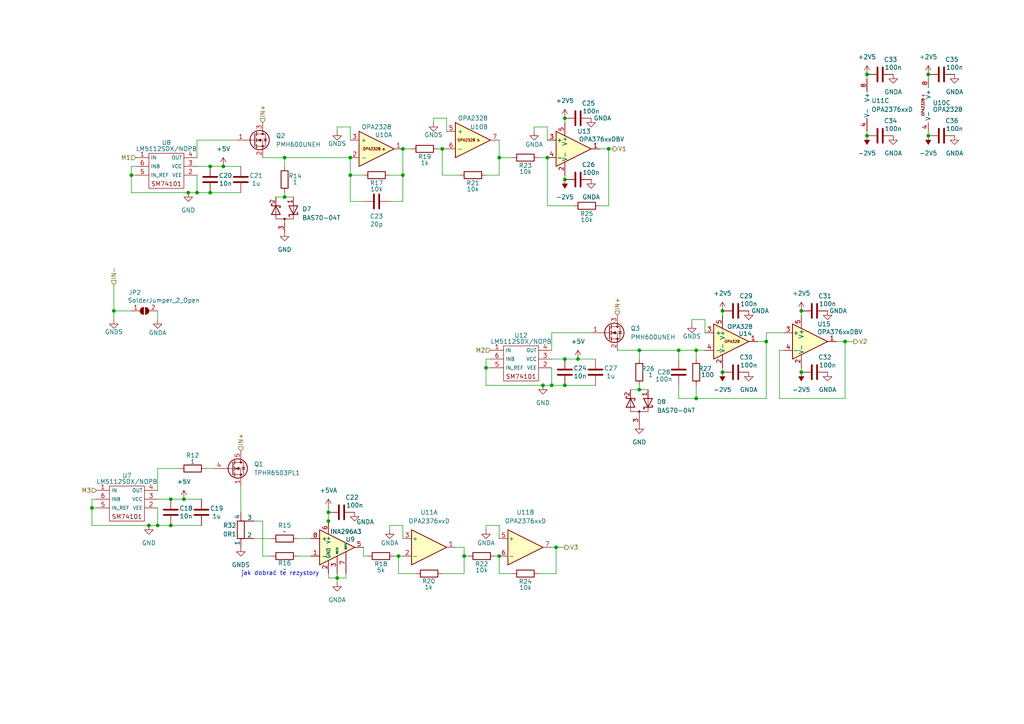
<source format=kicad_sch>
(kicad_sch (version 20231120) (generator "eeschema") (generator_version "8.0")
  (paper "A4")
  (lib_symbols
    (symbol "Amplifier_Operational:OPA2376xxD" (pin_names (offset 0.127))
      (property "Reference" "U" (at 0 5.08 0))
      (property "Value" "OPA2376xxD" (at 0 -5.08 0))
      (symbol "OPA2376xxD_1_1"
        (polyline (pts (xy -5.08 5.08) (xy 5.08 0) (xy -5.08 -5.08) (xy -5.08 5.08)) (stroke (width 0.254)) (fill (type background)))
        (pin output line (at 7.62 0 180) (length 2.54) (name "~") (number "1"))
        (pin input line (at -7.62 -2.54 0) (length 2.54) (name "-") (number "2"))
        (pin input line (at -7.62 2.54 0) (length 2.54) (name "+") (number "3"))
      )
      (symbol "OPA2376xxD_2_1"
        (polyline (pts (xy -5.08 5.08) (xy 5.08 0) (xy -5.08 -5.08) (xy -5.08 5.08)) (stroke (width 0.254)) (fill (type background)))
        (pin input line (at -7.62 2.54 0) (length 2.54) (name "+") (number "5"))
        (pin input line (at -7.62 -2.54 0) (length 2.54) (name "-") (number "6"))
        (pin output line (at 7.62 0 180) (length 2.54) (name "~") (number "7"))
      )
      (symbol "OPA2376xxD_3_1"
        (pin power_in line (at -2.54 -7.62 90) (length 3.81) (name "V-") (number "4"))
        (pin power_in line (at -2.54 7.62 270) (length 3.81) (name "V+") (number "8"))
      )
    )
    (symbol "Amplifier_Operational:OPA376xxDBV" (pin_names (offset 0.127))
      (property "Reference" "U" (at -1.27 6.35 0))
      (property "Value" "OPA376xxDBV" (at -1.27 3.81 0))
      (symbol "OPA376xxDBV_0_1"
        (polyline (pts (xy -5.08 5.08) (xy 5.08 0) (xy -5.08 -5.08) (xy -5.08 5.08)) (stroke (width 0.254)) (fill (type background)))
        (pin power_in line (at -2.54 -7.62 90) (length 3.81) (name "V-") (number "2"))
        (pin power_in line (at -2.54 7.62 270) (length 3.81) (name "V+") (number "5"))
      )
      (symbol "OPA376xxDBV_1_1"
        (pin output line (at 7.62 0 180) (length 2.54) (name "~") (number "1"))
        (pin input line (at -7.62 2.54 0) (length 2.54) (name "+") (number "3"))
        (pin input line (at -7.62 -2.54 0) (length 2.54) (name "-") (number "4"))
      )
    )
    (symbol "Device:C" (pin_numbers hide) (pin_names (offset 0.254))
      (property "Reference" "C" (at 0.635 2.54 0))
      (property "Value" "C" (at 0.635 -2.54 0))
      (symbol "C_0_1"
        (polyline (pts (xy -2.032 -0.762) (xy 2.032 -0.762)) (stroke (width 0.508)))
        (polyline (pts (xy -2.032 0.762) (xy 2.032 0.762)) (stroke (width 0.508)))
      )
      (symbol "C_1_1"
        (pin passive line (at 0 3.81 270) (length 2.794) (name "~") (number "1"))
        (pin passive line (at 0 -3.81 90) (length 2.794) (name "~") (number "2"))
      )
    )
    (symbol "Device:D_Schottky_Dual_Series_AKC_Parallel" (pin_names (offset 0.762) hide)
      (property "Reference" "D" (at 0 5.08 0))
      (property "Value" "D_Schottky_Dual_Series_AKC_Parallel" (at 0 -5.08 0))
      (symbol "D_Schottky_Dual_Series_AKC_Parallel_0_1"
        (circle (center -1.27 0) (radius 0.254) (fill (type outline)))
        (polyline (pts (xy -1.27 0) (xy -2.54 0)))
        (polyline (pts (xy 2.54 2.54) (xy -1.27 2.54) (xy -1.27 -2.54) (xy 2.54 -2.54)))
        (polyline (pts (xy -0.508 -1.524) (xy -0.508 -1.27) (xy 0 -1.27) (xy 0 -3.81) (xy 0.508 -3.81) (xy 0.508 -3.556)) (stroke (width 0.254)))
        (polyline (pts (xy 0 3.81) (xy 2.54 2.54) (xy 0 1.27) (xy 0 3.81) (xy 0 3.81) (xy 0 3.81)) (stroke (width 0.254)))
        (polyline (pts (xy 2.54 -1.27) (xy 0 -2.54) (xy 2.54 -3.81) (xy 2.54 -1.27) (xy 2.54 -1.27) (xy 2.54 -1.27)) (stroke (width 0.254)))
        (polyline (pts (xy 3.048 3.556) (xy 3.048 3.81) (xy 2.54 3.81) (xy 2.54 1.27) (xy 2.032 1.27) (xy 2.032 1.524)) (stroke (width 0.254)))
        (pin passive line (at 5.08 -2.54 180) (length 2.54) (name "K") (number "1"))
        (pin passive line (at 5.08 2.54 180) (length 2.54) (name "K") (number "2"))
        (pin passive line (at -5.08 0 0) (length 2.54) (name "A") (number "3"))
      )
    )
    (symbol "Device:Q_NMOS_GSD" (pin_names (offset 0) hide)
      (property "Reference" "Q" (at 5.08 1.27 0))
      (property "Value" "Q_NMOS_GSD" (at 5.08 -1.27 0))
      (symbol "Q_NMOS_GSD_0_1"
        (polyline (pts (xy 0.254 0) (xy -2.54 0)))
        (polyline (pts (xy 0.254 1.905) (xy 0.254 -1.905)) (stroke (width 0.254)))
        (polyline (pts (xy 0.762 -1.27) (xy 0.762 -2.286)) (stroke (width 0.254)))
        (polyline (pts (xy 0.762 0.508) (xy 0.762 -0.508)) (stroke (width 0.254)))
        (polyline (pts (xy 0.762 2.286) (xy 0.762 1.27)) (stroke (width 0.254)))
        (polyline (pts (xy 2.54 2.54) (xy 2.54 1.778)))
        (polyline (pts (xy 2.54 -2.54) (xy 2.54 0) (xy 0.762 0)))
        (polyline (pts (xy 0.762 -1.778) (xy 3.302 -1.778) (xy 3.302 1.778) (xy 0.762 1.778)))
        (polyline (pts (xy 1.016 0) (xy 2.032 0.381) (xy 2.032 -0.381) (xy 1.016 0)) (fill (type outline)))
        (polyline (pts (xy 2.794 0.508) (xy 2.921 0.381) (xy 3.683 0.381) (xy 3.81 0.254)))
        (polyline (pts (xy 3.302 0.381) (xy 2.921 -0.254) (xy 3.683 -0.254) (xy 3.302 0.381)))
        (circle (center 1.651 0) (radius 2.794) (stroke (width 0.254)))
        (circle (center 2.54 -1.778) (radius 0.254) (fill (type outline)))
        (circle (center 2.54 1.778) (radius 0.254) (fill (type outline)))
      )
      (symbol "Q_NMOS_GSD_1_1"
        (pin input line (at -5.08 0 0) (length 2.54) (name "G") (number "1"))
        (pin passive line (at 2.54 -5.08 90) (length 2.54) (name "S") (number "2"))
        (pin passive line (at 2.54 5.08 270) (length 2.54) (name "D") (number "3"))
      )
    )
    (symbol "Device:R" (pin_numbers hide) (pin_names (offset 0))
      (property "Reference" "R" (at 2.032 0 90))
      (property "Value" "R" (at 0 0 90))
      (symbol "R_0_1"
        (rectangle (start -1.016 -2.54) (end 1.016 2.54) (stroke (width 0.254)))
      )
      (symbol "R_1_1"
        (pin passive line (at 0 3.81 270) (length 1.27) (name "~") (number "1"))
        (pin passive line (at 0 -3.81 90) (length 1.27) (name "~") (number "2"))
      )
    )
    (symbol "Device:R_Shunt" (pin_numbers hide) (pin_names (offset 0))
      (property "Reference" "R" (at -4.445 0 90))
      (property "Value" "R_Shunt" (at -2.54 0 90))
      (symbol "R_Shunt_0_1"
        (rectangle (start -1.016 -2.54) (end 1.016 2.54) (stroke (width 0.254)))
        (polyline (pts (xy 0 -2.54) (xy 1.27 -2.54)))
        (polyline (pts (xy 1.27 2.54) (xy 0 2.54)))
      )
      (symbol "R_Shunt_1_1"
        (pin passive line (at 0 5.08 270) (length 2.54) (name "1") (number "1"))
        (pin passive line (at 3.81 2.54 180) (length 2.54) (name "2") (number "2"))
        (pin passive line (at 3.81 -2.54 180) (length 2.54) (name "3") (number "3"))
        (pin passive line (at 0 -5.08 90) (length 2.54) (name "4") (number "4"))
      )
    )
    (symbol "Jumper:SolderJumper_2_Open" (pin_names (offset 0) hide)
      (property "Reference" "JP" (at 0 2.032 0))
      (property "Value" "SolderJumper_2_Open" (at 0 -2.54 0))
      (symbol "SolderJumper_2_Open_0_1"
        (arc (start -0.254 1.016) (mid -1.2656 0) (end -0.254 -1.016))
        (arc (start -0.254 1.016) (mid -1.2656 0) (end -0.254 -1.016) (fill (type outline)))
        (polyline (pts (xy -0.254 1.016) (xy -0.254 -1.016)))
        (polyline (pts (xy 0.254 1.016) (xy 0.254 -1.016)))
        (arc (start 0.254 -1.016) (mid 1.2656 0) (end 0.254 1.016))
        (arc (start 0.254 -1.016) (mid 1.2656 0) (end 0.254 1.016) (fill (type outline)))
      )
      (symbol "SolderJumper_2_Open_1_1"
        (pin passive line (at -3.81 0 0) (length 2.54) (name "A") (number "1"))
        (pin passive line (at 3.81 0 180) (length 2.54) (name "B") (number "2"))
      )
    )
    (symbol "Transistor_FET:BSC028N06LS3" (pin_names hide)
      (property "Reference" "Q" (at 5.08 1.905 0))
      (property "Value" "BSC028N06LS3" (at 5.08 0 0))
      (symbol "BSC028N06LS3_0_1"
        (polyline (pts (xy 0.254 0) (xy -2.54 0)))
        (polyline (pts (xy 0.254 1.905) (xy 0.254 -1.905)) (stroke (width 0.254)))
        (polyline (pts (xy 0.762 -1.27) (xy 0.762 -2.286)) (stroke (width 0.254)))
        (polyline (pts (xy 0.762 0.508) (xy 0.762 -0.508)) (stroke (width 0.254)))
        (polyline (pts (xy 0.762 2.286) (xy 0.762 1.27)) (stroke (width 0.254)))
        (polyline (pts (xy 2.54 2.54) (xy 2.54 1.778)))
        (polyline (pts (xy 2.54 -2.54) (xy 2.54 0) (xy 0.762 0)))
        (polyline (pts (xy 0.762 -1.778) (xy 3.302 -1.778) (xy 3.302 1.778) (xy 0.762 1.778)))
        (polyline (pts (xy 1.016 0) (xy 2.032 0.381) (xy 2.032 -0.381) (xy 1.016 0)) (fill (type outline)))
        (polyline (pts (xy 2.794 0.508) (xy 2.921 0.381) (xy 3.683 0.381) (xy 3.81 0.254)))
        (polyline (pts (xy 3.302 0.381) (xy 2.921 -0.254) (xy 3.683 -0.254) (xy 3.302 0.381)))
        (circle (center 1.651 0) (radius 2.794) (stroke (width 0.254)))
        (circle (center 2.54 -1.778) (radius 0.254) (fill (type outline)))
        (circle (center 2.54 1.778) (radius 0.254) (fill (type outline)))
      )
      (symbol "BSC028N06LS3_1_1"
        (pin passive line (at 2.54 -5.08 90) (length 2.54) (name "S") (number "1"))
        (pin passive line (at 2.54 -5.08 90) (length 2.54) hide (name "S") (number "2"))
        (pin passive line (at 2.54 -5.08 90) (length 2.54) hide (name "S") (number "3"))
        (pin passive line (at -5.08 0 0) (length 2.54) (name "G") (number "4"))
        (pin passive line (at 2.54 5.08 270) (length 2.54) (name "D") (number "5"))
      )
    )
    (symbol "power:+2V5" (power) (pin_numbers hide) (pin_names (offset 0) hide)
      (property "Value" "+2V5" (at 0 3.556 0))
      (symbol "+2V5_0_1"
        (polyline (pts (xy -0.762 1.27) (xy 0 2.54)))
        (polyline (pts (xy 0 0) (xy 0 2.54)))
        (polyline (pts (xy 0 2.54) (xy 0.762 1.27)))
      )
      (symbol "+2V5_1_1"
        (pin power_in line (at 0 0 90) (length 0) (name "~") (number "1"))
      )
    )
    (symbol "power:+5V" (power) (pin_numbers hide) (pin_names (offset 0) hide)
      (property "Value" "+5V" (at 0 3.556 0))
      (symbol "+5V_0_1"
        (polyline (pts (xy -0.762 1.27) (xy 0 2.54)))
        (polyline (pts (xy 0 0) (xy 0 2.54)))
        (polyline (pts (xy 0 2.54) (xy 0.762 1.27)))
      )
      (symbol "+5V_1_1"
        (pin power_in line (at 0 0 90) (length 0) (name "~") (number "1"))
      )
    )
    (symbol "power:+5VA" (power) (pin_numbers hide) (pin_names (offset 0) hide)
      (property "Value" "+5VA" (at 0 3.556 0))
      (symbol "+5VA_0_1"
        (polyline (pts (xy -0.762 1.27) (xy 0 2.54)))
        (polyline (pts (xy 0 0) (xy 0 2.54)))
        (polyline (pts (xy 0 2.54) (xy 0.762 1.27)))
      )
      (symbol "+5VA_1_1"
        (pin power_in line (at 0 0 90) (length 0) (name "~") (number "1"))
      )
    )
    (symbol "power:-2V5" (power) (pin_numbers hide) (pin_names (offset 0) hide)
      (property "Value" "-2V5" (at 0 3.556 0))
      (symbol "-2V5_0_0"
        (pin power_in line (at 0 0 90) (length 0) (name "~") (number "1"))
      )
      (symbol "-2V5_0_1"
        (polyline (pts (xy 0 0) (xy 0 1.27) (xy 0.762 1.27) (xy 0 2.54) (xy -0.762 1.27) (xy 0 1.27)) (fill (type outline)))
      )
    )
    (symbol "power:GND" (power) (pin_numbers hide) (pin_names (offset 0) hide)
      (property "Value" "GND" (at 0 -3.81 0))
      (symbol "GND_0_1"
        (polyline (pts (xy 0 0) (xy 0 -1.27) (xy 1.27 -1.27) (xy 0 -2.54) (xy -1.27 -1.27) (xy 0 -1.27)))
      )
      (symbol "GND_1_1"
        (pin power_in line (at 0 0 270) (length 0) (name "~") (number "1"))
      )
    )
    (symbol "power:GND1" (power) (pin_numbers hide) (pin_names (offset 0) hide)
      (property "Value" "GND1" (at 0 -3.81 0))
      (symbol "GND1_0_1"
        (polyline (pts (xy 0 0) (xy 0 -1.27) (xy 1.27 -1.27) (xy 0 -2.54) (xy -1.27 -1.27) (xy 0 -1.27)))
      )
      (symbol "GND1_1_1"
        (pin power_in line (at 0 0 270) (length 0) (name "~") (number "1"))
      )
    )
    (symbol "power:GNDS" (power) (pin_numbers hide) (pin_names (offset 0) hide)
      (property "Value" "GNDS" (at 0 -3.81 0))
      (symbol "GNDS_0_1"
        (polyline (pts (xy 0 0) (xy 0 -1.27) (xy 1.27 -1.27) (xy 0 -2.54) (xy -1.27 -1.27) (xy 0 -1.27)))
      )
      (symbol "GNDS_1_1"
        (pin power_in line (at 0 0 270) (length 0) (name "~") (number "1"))
      )
    )
    (symbol "własna:INA296A3"
      (property "Reference" "U" (at 0 1.524 0))
      (symbol "INA296A3_0_1"
        (polyline (pts (xy 6.35 -5.08) (xy -3.81 0) (xy -3.81 -10.16) (xy 6.35 -5.08)) (stroke (width 0.254)) (fill (type background)))
      )
      (symbol "INA296A3_1_1"
        (text "INA296A3" (at 3.81 -0.508 0) (effects (font (size 1.27 1.27))))
        (pin input line (at -6.35 -7.62 0) (length 2.54) (name "-") (number "1"))
        (pin power_in line (at -1.27 -12.7 90) (length 3.81) (name "GND") (number "2"))
        (pin passive line (at 1.27 -12.7 90) (length 5.08) (name "REF2") (number "3"))
        (pin passive line (at -1.27 -12.7 90) (length 3.81) hide (name "GND") (number "4"))
        (pin output line (at 8.89 -5.08 180) (length 2.54) (name "~") (number "5"))
        (pin power_in line (at -1.27 2.54 270) (length 3.81) (name "V+") (number "6"))
        (pin passive line (at 3.81 -12.7 90) (length 6.35) (name "REF1") (number "7"))
        (pin input line (at -6.35 -2.54 0) (length 2.54) (name "+") (number "8"))
      )
    )
    (symbol "własna:OPA2328"
      (property "Reference" "U" (at 0 0 0))
      (symbol "OPA2328_1_1"
        (polyline (pts (xy -5.08 1.27) (xy 5.08 -3.81) (xy -5.08 -8.89) (xy -5.08 1.27)) (stroke (width 0.254)) (fill (type background)))
        (text "OPA2328 a" (at -0.762 -3.81 0) (effects (font (size 0.762 0.762))))
        (pin output line (at 7.62 -3.81 180) (length 2.54) (name "~") (number "1"))
        (pin input line (at -7.62 -6.35 0) (length 2.54) (name "-") (number "2"))
        (pin input line (at -7.62 -1.27 0) (length 2.54) (name "+") (number "3"))
      )
      (symbol "OPA2328_2_1"
        (polyline (pts (xy -5.08 1.27) (xy 5.08 -3.81) (xy -5.08 -8.89) (xy -5.08 1.27)) (stroke (width 0.254)) (fill (type background)))
        (text "OPA2328 b\n" (at -1.27 -3.81 0) (effects (font (size 0.762 0.762))))
        (pin input line (at -7.62 -1.27 0) (length 2.54) (name "+") (number "5"))
        (pin input line (at -7.62 -6.35 0) (length 2.54) (name "-") (number "6"))
        (pin output line (at 7.62 -3.81 180) (length 2.54) (name "~") (number "7"))
      )
      (symbol "OPA2328_3_1"
        (text "OPA2328 c\n" (at -1.524 0 900) (effects (font (size 0.762 0.762))))
        (pin power_in line (at 0 -7.62 90) (length 2.54) (name "V-") (number "4"))
        (pin power_in line (at 0 7.62 270) (length 2.54) (name "V+") (number "8"))
      )
    )
    (symbol "własna:OPA328"
      (property "Reference" "U" (at 0 -3.81 0))
      (symbol "OPA328_0_1"
        (polyline (pts (xy -5.08 -2.54) (xy 5.08 -7.62) (xy -5.08 -12.7) (xy -5.08 -2.54)) (stroke (width 0.254)) (fill (type background)))
      )
      (symbol "OPA328_1_1"
        (text "OPA328" (at 0.254 -7.62 0) (effects (font (size 0.762 0.762))))
        (pin output line (at 7.62 -7.62 180) (length 2.54) (name "~") (number "1"))
        (pin power_in line (at -2.54 -15.24 90) (length 3.81) (name "V-") (number "2"))
        (pin input line (at -7.62 -5.08 0) (length 2.54) (name "+") (number "3"))
        (pin input line (at -7.62 -10.16 0) (length 2.54) (name "-") (number "4"))
        (pin power_in line (at -2.54 0 270) (length 3.81) (name "V+") (number "5"))
      )
    )
    (symbol "własna:SM74101"
      (property "Reference" "U" (at 0 1.016 0))
      (symbol "SM74101_0_1"
        (rectangle (start -5.08 0) (end 5.08 -10.16))
      )
      (symbol "SM74101_1_1"
        (text "SM74101\n" (at 0 -8.89 0) (effects (font (size 1.27 1.27))))
        (pin input line (at -8.89 -1.27 0) (length 3.81) (name "IN") (number "1"))
        (pin power_in line (at 8.89 -6.35 180) (length 3.81) (name "VEE") (number "2"))
        (pin power_in line (at 8.89 -3.81 180) (length 3.81) (name "VCC") (number "3"))
        (pin output line (at 8.89 -1.27 180) (length 3.81) (name "OUT") (number "4"))
        (pin input line (at -8.89 -6.35 0) (length 3.81) (name "IN_REF") (number "5"))
        (pin input line (at -8.89 -3.81 0) (length 3.81) (name "INB") (number "6"))
      )
    )
  )
  (junction (at 185.42 101.6))
  (junction (at 176.53 43.18))
  (junction (at 82.55 57.15))
  (junction (at 144.78 45.72))
  (junction (at 232.41 107.95))
  (junction (at 209.55 107.95))
  (junction (at 167.64 104.14))
  (junction (at 115.57 161.29))
  (junction (at 53.34 144.78))
  (junction (at 222.25 99.06))
  (junction (at 245.11 99.06))
  (junction (at 209.55 90.17))
  (junction (at 101.6 50.8))
  (junction (at 45.72 152.4))
  (junction (at 269.24 21.59))
  (junction (at 158.75 45.72))
  (junction (at 116.84 43.18))
  (junction (at 116.84 50.8))
  (junction (at 38.1 50.8))
  (junction (at 97.79 167.64))
  (junction (at 95.25 151.13))
  (junction (at 95.25 148.59))
  (junction (at 163.83 104.14))
  (junction (at 140.97 106.68))
  (junction (at 43.18 152.4))
  (junction (at 128.27 43.18))
  (junction (at 54.61 55.88))
  (junction (at 26.67 147.32))
  (junction (at 201.93 115.57))
  (junction (at 82.55 45.72))
  (junction (at 251.46 39.37))
  (junction (at 161.29 158.75))
  (junction (at 49.53 144.78))
  (junction (at 251.46 21.59))
  (junction (at 33.02 90.17))
  (junction (at 163.83 111.76))
  (junction (at 57.15 55.88))
  (junction (at 163.83 34.29))
  (junction (at 160.02 111.76))
  (junction (at 269.24 39.37))
  (junction (at 144.78 161.29))
  (junction (at 201.93 101.6))
  (junction (at 60.96 48.26))
  (junction (at 185.42 113.03))
  (junction (at 49.53 152.4))
  (junction (at 163.83 52.07))
  (junction (at 134.62 161.29))
  (junction (at 64.77 48.26))
  (junction (at 101.6 45.72))
  (junction (at 232.41 90.17))
  (junction (at 60.96 55.88))
  (junction (at 196.85 101.6))
  (junction (at 157.48 111.76))
  (wire (pts (xy 201.93 111.76) (xy 201.93 115.57)))
  (wire (pts (xy 64.77 48.26) (xy 69.85 48.26)))
  (wire (pts (xy 196.85 101.6) (xy 201.93 101.6)))
  (wire (pts (xy 33.02 82.55) (xy 33.02 90.17)))
  (wire (pts (xy 226.06 101.6) (xy 226.06 115.57)))
  (wire (pts (xy 196.85 111.76) (xy 196.85 115.57)))
  (wire (pts (xy 134.62 166.37) (xy 134.62 161.29)))
  (wire (pts (xy 82.55 45.72) (xy 82.55 48.26)))
  (wire (pts (xy 80.01 57.15) (xy 82.55 57.15)))
  (wire (pts (xy 97.79 36.83) (xy 101.6 36.83)))
  (wire (pts (xy 125.73 34.29) (xy 125.73 35.56)))
  (wire (pts (xy 127 43.18) (xy 128.27 43.18)))
  (wire (pts (xy 26.67 147.32) (xy 27.94 147.32)))
  (wire (pts (xy 140.97 111.76) (xy 140.97 106.68)))
  (wire (pts (xy 45.72 144.78) (xy 49.53 144.78)))
  (wire (pts (xy 176.53 59.69) (xy 176.53 43.18)))
  (wire (pts (xy 100.33 167.64) (xy 97.79 167.64)))
  (wire (pts (xy 158.75 59.69) (xy 166.37 59.69)))
  (wire (pts (xy 33.02 90.17) (xy 33.02 92.71)))
  (wire (pts (xy 163.83 34.29) (xy 163.83 35.56)))
  (wire (pts (xy 232.41 107.95) (xy 232.41 106.68)))
  (wire (pts (xy 101.6 58.42) (xy 105.41 58.42)))
  (wire (pts (xy 209.55 107.95) (xy 209.55 106.68)))
  (wire (pts (xy 134.62 161.29) (xy 134.62 158.75)))
  (wire (pts (xy 59.69 135.89) (xy 62.23 135.89)))
  (wire (pts (xy 82.55 45.72) (xy 76.2 45.72)))
  (wire (pts (xy 182.88 113.03) (xy 185.42 113.03)))
  (wire (pts (xy 57.15 50.8) (xy 57.15 55.88)))
  (wire (pts (xy 201.93 115.57) (xy 222.25 115.57)))
  (wire (pts (xy 26.67 144.78) (xy 27.94 144.78)))
  (wire (pts (xy 154.94 36.83) (xy 154.94 38.1)))
  (wire (pts (xy 33.02 90.17) (xy 38.1 90.17)))
  (wire (pts (xy 173.99 59.69) (xy 176.53 59.69)))
  (wire (pts (xy 95.25 166.37) (xy 95.25 167.64)))
  (wire (pts (xy 160.02 106.68) (xy 160.02 111.76)))
  (wire (pts (xy 69.85 140.97) (xy 69.85 148.59)))
  (wire (pts (xy 106.68 161.29) (xy 105.41 161.29)))
  (wire (pts (xy 156.21 45.72) (xy 158.75 45.72)))
  (wire (pts (xy 158.75 36.83) (xy 158.75 40.64)))
  (wire (pts (xy 144.78 45.72) (xy 144.78 40.64)))
  (wire (pts (xy 53.34 144.78) (xy 58.42 144.78)))
  (wire (pts (xy 204.47 92.71) (xy 204.47 96.52)))
  (wire (pts (xy 140.97 152.4) (xy 140.97 153.67)))
  (wire (pts (xy 144.78 161.29) (xy 144.78 166.37)))
  (wire (pts (xy 43.18 152.4) (xy 26.67 152.4)))
  (wire (pts (xy 101.6 50.8) (xy 101.6 45.72)))
  (wire (pts (xy 160.02 96.52) (xy 171.45 96.52)))
  (wire (pts (xy 176.53 43.18) (xy 173.99 43.18)))
  (wire (pts (xy 116.84 161.29) (xy 115.57 161.29)))
  (wire (pts (xy 140.97 104.14) (xy 142.24 104.14)))
  (wire (pts (xy 143.51 161.29) (xy 144.78 161.29)))
  (wire (pts (xy 176.53 43.18) (xy 177.8 43.18)))
  (wire (pts (xy 204.47 101.6) (xy 201.93 101.6)))
  (wire (pts (xy 76.2 151.13) (xy 76.2 161.29)))
  (wire (pts (xy 140.97 152.4) (xy 144.78 152.4)))
  (wire (pts (xy 185.42 113.03) (xy 187.96 113.03)))
  (wire (pts (xy 45.72 152.4) (xy 49.53 152.4)))
  (wire (pts (xy 200.66 92.71) (xy 200.66 93.98)))
  (wire (pts (xy 105.41 50.8) (xy 101.6 50.8)))
  (wire (pts (xy 161.29 158.75) (xy 163.83 158.75)))
  (wire (pts (xy 82.55 57.15) (xy 85.09 57.15)))
  (wire (pts (xy 125.73 34.29) (xy 129.54 34.29)))
  (wire (pts (xy 90.17 156.21) (xy 86.36 156.21)))
  (wire (pts (xy 73.66 156.21) (xy 78.74 156.21)))
  (wire (pts (xy 49.53 152.4) (xy 58.42 152.4)))
  (wire (pts (xy 135.89 161.29) (xy 134.62 161.29)))
  (wire (pts (xy 158.75 45.72) (xy 158.75 59.69)))
  (wire (pts (xy 97.79 166.37) (xy 97.79 167.64)))
  (wire (pts (xy 232.41 90.17) (xy 232.41 91.44)))
  (wire (pts (xy 251.46 39.37) (xy 251.46 38.1)))
  (wire (pts (xy 95.25 167.64) (xy 97.79 167.64)))
  (wire (pts (xy 116.84 43.18) (xy 119.38 43.18)))
  (wire (pts (xy 38.1 48.26) (xy 39.37 48.26)))
  (wire (pts (xy 163.83 104.14) (xy 167.64 104.14)))
  (wire (pts (xy 101.6 50.8) (xy 101.6 58.42)))
  (wire (pts (xy 226.06 115.57) (xy 245.11 115.57)))
  (wire (pts (xy 163.83 52.07) (xy 163.83 50.8)))
  (wire (pts (xy 45.72 147.32) (xy 45.72 152.4)))
  (wire (pts (xy 201.93 101.6) (xy 201.93 104.14)))
  (wire (pts (xy 196.85 115.57) (xy 201.93 115.57)))
  (wire (pts (xy 144.78 166.37) (xy 148.59 166.37)))
  (wire (pts (xy 26.67 147.32) (xy 26.67 144.78)))
  (wire (pts (xy 157.48 111.76) (xy 140.97 111.76)))
  (wire (pts (xy 245.11 115.57) (xy 245.11 99.06)))
  (wire (pts (xy 144.78 152.4) (xy 144.78 156.21)))
  (wire (pts (xy 129.54 34.29) (xy 129.54 38.1)))
  (wire (pts (xy 82.55 55.88) (xy 82.55 57.15)))
  (wire (pts (xy 115.57 161.29) (xy 114.3 161.29)))
  (wire (pts (xy 269.24 21.59) (xy 269.24 22.86)))
  (wire (pts (xy 105.41 161.29) (xy 105.41 158.75)))
  (wire (pts (xy 269.24 39.37) (xy 269.24 38.1)))
  (wire (pts (xy 97.79 36.83) (xy 97.79 38.1)))
  (wire (pts (xy 82.55 45.72) (xy 101.6 45.72)))
  (wire (pts (xy 54.61 55.88) (xy 38.1 55.88)))
  (wire (pts (xy 157.48 111.76) (xy 160.02 111.76)))
  (wire (pts (xy 101.6 36.83) (xy 101.6 40.64)))
  (wire (pts (xy 160.02 104.14) (xy 163.83 104.14)))
  (wire (pts (xy 209.55 90.17) (xy 209.55 91.44)))
  (wire (pts (xy 73.66 151.13) (xy 76.2 151.13)))
  (wire (pts (xy 116.84 156.21) (xy 116.84 152.4)))
  (wire (pts (xy 128.27 43.18) (xy 129.54 43.18)))
  (wire (pts (xy 185.42 111.76) (xy 185.42 113.03)))
  (wire (pts (xy 185.42 101.6) (xy 185.42 104.14)))
  (wire (pts (xy 144.78 50.8) (xy 144.78 45.72)))
  (wire (pts (xy 245.11 99.06) (xy 247.65 99.06)))
  (wire (pts (xy 196.85 101.6) (xy 196.85 104.14)))
  (wire (pts (xy 116.84 58.42) (xy 116.84 50.8)))
  (wire (pts (xy 57.15 48.26) (xy 60.96 48.26)))
  (wire (pts (xy 227.33 101.6) (xy 226.06 101.6)))
  (wire (pts (xy 128.27 50.8) (xy 133.35 50.8)))
  (wire (pts (xy 245.11 99.06) (xy 242.57 99.06)))
  (wire (pts (xy 38.1 50.8) (xy 39.37 50.8)))
  (wire (pts (xy 222.25 96.52) (xy 227.33 96.52)))
  (wire (pts (xy 38.1 50.8) (xy 38.1 48.26)))
  (wire (pts (xy 57.15 55.88) (xy 60.96 55.88)))
  (wire (pts (xy 134.62 158.75) (xy 132.08 158.75)))
  (wire (pts (xy 140.97 106.68) (xy 142.24 106.68)))
  (wire (pts (xy 45.72 135.89) (xy 52.07 135.89)))
  (wire (pts (xy 45.72 142.24) (xy 45.72 135.89)))
  (wire (pts (xy 163.83 111.76) (xy 172.72 111.76)))
  (wire (pts (xy 57.15 45.72) (xy 57.15 40.64)))
  (wire (pts (xy 222.25 96.52) (xy 222.25 99.06)))
  (wire (pts (xy 154.94 36.83) (xy 158.75 36.83)))
  (wire (pts (xy 120.65 166.37) (xy 115.57 166.37)))
  (wire (pts (xy 185.42 101.6) (xy 179.07 101.6)))
  (wire (pts (xy 251.46 21.59) (xy 251.46 22.86)))
  (wire (pts (xy 26.67 152.4) (xy 26.67 147.32)))
  (wire (pts (xy 200.66 92.71) (xy 204.47 92.71)))
  (wire (pts (xy 116.84 50.8) (xy 113.03 50.8)))
  (wire (pts (xy 57.15 40.64) (xy 68.58 40.64)))
  (wire (pts (xy 160.02 101.6) (xy 160.02 96.52)))
  (wire (pts (xy 115.57 161.29) (xy 115.57 166.37)))
  (wire (pts (xy 140.97 50.8) (xy 144.78 50.8)))
  (wire (pts (xy 43.18 152.4) (xy 45.72 152.4)))
  (wire (pts (xy 49.53 144.78) (xy 53.34 144.78)))
  (wire (pts (xy 78.74 161.29) (xy 76.2 161.29)))
  (wire (pts (xy 156.21 166.37) (xy 161.29 166.37)))
  (wire (pts (xy 140.97 106.68) (xy 140.97 104.14)))
  (wire (pts (xy 60.96 48.26) (xy 64.77 48.26)))
  (wire (pts (xy 144.78 45.72) (xy 148.59 45.72)))
  (wire (pts (xy 116.84 152.4) (xy 113.03 152.4)))
  (wire (pts (xy 222.25 99.06) (xy 219.71 99.06)))
  (wire (pts (xy 161.29 166.37) (xy 161.29 158.75)))
  (wire (pts (xy 167.64 104.14) (xy 172.72 104.14)))
  (wire (pts (xy 160.02 111.76) (xy 163.83 111.76)))
  (wire (pts (xy 95.25 151.13) (xy 95.25 152.4)))
  (wire (pts (xy 160.02 158.75) (xy 161.29 158.75)))
  (wire (pts (xy 113.03 58.42) (xy 116.84 58.42)))
  (wire (pts (xy 185.42 101.6) (xy 196.85 101.6)))
  (wire (pts (xy 90.17 161.29) (xy 86.36 161.29)))
  (wire (pts (xy 128.27 43.18) (xy 128.27 50.8)))
  (wire (pts (xy 222.25 115.57) (xy 222.25 99.06)))
  (wire (pts (xy 100.33 166.37) (xy 100.33 167.64)))
  (wire (pts (xy 97.79 167.64) (xy 97.79 168.91)))
  (wire (pts (xy 128.27 166.37) (xy 134.62 166.37)))
  (wire (pts (xy 95.25 147.32) (xy 95.25 148.59)))
  (wire (pts (xy 54.61 55.88) (xy 57.15 55.88)))
  (wire (pts (xy 38.1 55.88) (xy 38.1 50.8)))
  (wire (pts (xy 95.25 148.59) (xy 95.25 151.13)))
  (wire (pts (xy 116.84 43.18) (xy 116.84 50.8)))
  (wire (pts (xy 60.96 55.88) (xy 69.85 55.88)))
  (wire (pts (xy 113.03 152.4) (xy 113.03 153.67)))
  (wire (pts (xy 45.72 90.17) (xy 45.72 92.71)))
  (text "jak dobrać te rezystory" (at 81.28 166.37 0) (effects (font (size 1.27 1.27))))
  (hierarchical_label "V1" (shape output) (at 177.8 43.18 0))
  (hierarchical_label "IN+" (shape input) (at 76.2 35.56 90))
  (hierarchical_label "M1" (shape input) (at 39.37 45.72 180))
  (hierarchical_label "IN-" (shape input) (at 33.02 82.55 90))
  (hierarchical_label "V2" (shape output) (at 247.65 99.06 0))
  (hierarchical_label "M3" (shape input) (at 27.94 142.24 180))
  (hierarchical_label "IN+" (shape input) (at 179.07 91.44 90))
  (hierarchical_label "IN+" (shape input) (at 69.85 130.81 90))
  (hierarchical_label "M2" (shape input) (at 142.24 101.6 180))
  (hierarchical_label "V3" (shape output) (at 163.83 158.75 0))
  (symbol (lib_id "power:GND1") (at 171.45 52.07 0) (unit 1)
    (property "Reference" "#PWR051" (effects (hide yes)))
    (property "Value" "GNDA" (at 171.45 57.15 0))
    (property "Description" "Power symbol creates a global label with name \"GND1\" , ground" (effects (hide yes)))
  )
  (symbol (lib_id "własna:OPA2328") (at 109.22 39.37 0) (unit 1)
    (property "Reference" "U10" (at 111.252 39.116 0))
    (property "Value" "OPA2328" (at 109.22 36.83 0))
    (property "Footprint" "Package_SO:VSSOP-8_3.0x3.0mm_P0.65mm" (effects (hide yes)))
  )
  (symbol (lib_id "power:GND") (at 185.42 123.19 0) (unit 1)
    (property "Reference" "#PWR052" (effects (hide yes)))
    (property "Value" "GND" (at 185.42 128.27 0))
    (property "Description" "Power symbol creates a global label with name \"GND\" , ground" (effects (hide yes)))
  )
  (symbol (lib_id "Jumper:SolderJumper_2_Open") (at 41.91 90.17 0) (unit 1)
    (property "Reference" "JP2" (at 39.116 84.836 0))
    (property "Value" "SolderJumper_2_Open" (at 47.498 87.122 0))
    (property "Footprint" "Jumper:SolderJumper-2_P1.3mm_Open_TrianglePad1.0x1.5mm" (effects (hide yes)))
    (property "Description" "Solder Jumper, 2-pole, open" (effects (hide yes)))
  )
  (symbol (lib_id "power:GND1") (at 240.03 90.17 0) (unit 1)
    (property "Reference" "#PWR060" (effects (hide yes)))
    (property "Value" "GNDA" (at 243.078 90.17 0))
    (property "Description" "Power symbol creates a global label with name \"GND1\" , ground" (effects (hide yes)))
  )
  (symbol (lib_id "własna:INA296A3") (at 96.52 153.67 0) (unit 1)
    (property "Reference" "U9" (at 101.6 156.464 0))
    (property "Value" "INA296A3" (at 100.33 154.178 0))
    (property "Footprint" "Package_SO:SOIC-8_3.9x4.9mm_P1.27mm" (effects (hide yes)))
  )
  (symbol (lib_id "power:GND") (at 43.18 152.4 0) (unit 1)
    (property "Reference" "#PWR031" (effects (hide yes)))
    (property "Value" "GND" (at 43.18 157.48 0))
    (property "Description" "Power symbol creates a global label with name \"GND\" , ground" (effects (hide yes)))
  )
  (symbol (lib_id "power:GND1") (at 259.08 39.37 0) (unit 1)
    (property "Reference" "#PWR065" (effects (hide yes)))
    (property "Value" "GNDA" (at 259.08 44.45 0))
    (property "Description" "Power symbol creates a global label with name \"GND1\" , ground" (effects (hide yes)))
  )
  (symbol (lib_id "własna:SM74101") (at 36.83 140.97 0) (unit 1)
    (property "Reference" "U7" (at 36.83 137.922 0))
    (property "Value" "LM5112SDX/NOPB" (at 36.83 139.7 0))
    (property "Footprint" "Package_SON:WSON-6_1.5x1.5mm_P0.5mm" (effects (hide yes)))
  )
  (symbol (lib_id "Device:C") (at 172.72 107.95 0) (unit 1)
    (property "Reference" "C27" (at 177.165 106.807 0))
    (property "Value" "1u" (at 177.165 109.093 0))
    (property "Footprint" "Capacitor_SMD:C_0805_2012Metric_Pad1.18x1.45mm_HandSolder" (effects (hide yes)))
    (property "Description" "Unpolarized capacitor" (effects (hide yes)))
  )
  (symbol (lib_id "Device:R") (at 82.55 52.07 180) (unit 1)
    (property "Reference" "R14" (at 85.598 51.054 0))
    (property "Value" "1" (at 85.598 52.832 0))
    (property "Footprint" "Resistor_SMD:R_0805_2012Metric_Pad1.20x1.40mm_HandSolder" (effects (hide yes)))
    (property "Description" "Resistor" (effects (hide yes)))
  )
  (symbol (lib_id "Device:C") (at 236.22 107.95 90) (unit 1)
    (property "Reference" "C32" (at 239.268 103.632 90))
    (property "Value" "100n" (at 240.03 105.918 90))
    (property "Footprint" "Capacitor_SMD:C_0805_2012Metric_Pad1.18x1.45mm_HandSolder" (effects (hide yes)))
    (property "Description" "Unpolarized capacitor" (effects (hide yes)))
  )
  (symbol (lib_id "Device:C") (at 60.96 52.07 0) (unit 1)
    (property "Reference" "C20" (at 65.405 50.927 0))
    (property "Value" "10n" (at 65.405 53.213 0))
    (property "Footprint" "Capacitor_SMD:C_0805_2012Metric_Pad1.18x1.45mm_HandSolder" (effects (hide yes)))
    (property "Description" "Unpolarized capacitor" (effects (hide yes)))
  )
  (symbol (lib_id "power:-2V5") (at 209.55 107.95 180) (unit 1)
    (property "Reference" "#PWR055" (effects (hide yes)))
    (property "Value" "-2V5" (at 209.55 113.03 0))
    (property "Description" "Power symbol creates a global label with name \"-2V5\"" (effects (hide yes)))
  )
  (symbol (lib_id "Transistor_FET:BSC028N06LS3") (at 67.31 135.89 0) (unit 1)
    (property "Reference" "Q1" (at 73.66 134.6199 0) (effects (justify left)))
    (property "Value" "TPHR6503PL1" (at 73.66 137.1599 0) (effects (justify left)))
    (property "Footprint" "Package_TO_SOT_SMD:TDSON-8-1" (effects (hide yes)))
  )
  (symbol (lib_id "power:+2V5") (at 269.24 21.59 0) (unit 1)
    (property "Reference" "#PWR066" (effects (hide yes)))
    (property "Value" "+2V5" (at 269.24 16.51 0))
    (property "Description" "Power symbol creates a global label with name \"+2V5\"" (effects (hide yes)))
  )
  (symbol (lib_id "power:GNDS") (at 125.73 35.56 0) (unit 1)
    (property "Reference" "#PWR043" (effects (hide yes)))
    (property "Value" "GNDS" (at 125.73 39.116 0))
    (property "Description" "Power symbol creates a global label with name \"GNDS\" , signal ground" (effects (hide yes)))
  )
  (symbol (lib_id "Device:C") (at 196.85 107.95 180) (unit 1)
    (property "Reference" "C28" (at 192.532 107.95 0))
    (property "Value" "100n" (at 192.532 109.982 0))
    (property "Footprint" "Capacitor_SMD:C_0805_2012Metric_Pad1.18x1.45mm_HandSolder" (effects (hide yes)))
    (property "Description" "Unpolarized capacitor" (effects (hide yes)))
  )
  (symbol (lib_id "Device:C") (at 163.83 107.95 0) (unit 1)
    (property "Reference" "C24" (at 168.275 106.807 0))
    (property "Value" "10n" (at 168.275 109.093 0))
    (property "Footprint" "Capacitor_SMD:C_0805_2012Metric_Pad1.18x1.45mm_HandSolder" (effects (hide yes)))
    (property "Description" "Unpolarized capacitor" (effects (hide yes)))
  )
  (symbol (lib_id "Amplifier_Operational:OPA2376xxD") (at 152.4 158.75 0) (unit 2)
    (property "Reference" "U11" (at 152.4 148.59 0))
    (property "Value" "OPA2376xxD" (at 152.4 151.13 0))
    (property "Footprint" "Package_SO:SOIC-8_3.9x4.9mm_P1.27mm" (effects (hide yes)))
    (property "Datasheet" "http://www.ti.com/lit/ds/symlink/opa376.pdf" (effects (hide yes)))
    (property "Description" "Dual Low-Noise, Low Quiescent Current, Precision Operational Amplifier e-trim Series, SOIC-8" (effects (hide yes)))
  )
  (symbol (lib_id "Device:R") (at 152.4 166.37 90) (unit 1)
    (property "Reference" "R24" (at 152.4 168.656 90))
    (property "Value" "10k" (at 152.4 170.434 90))
    (property "Footprint" "Resistor_SMD:R_0805_2012Metric_Pad1.20x1.40mm_HandSolder" (effects (hide yes)))
    (property "Description" "Resistor" (effects (hide yes)))
  )
  (symbol (lib_id "power:+5VA") (at 95.25 147.32 0) (unit 1)
    (property "Reference" "#PWR038" (effects (hide yes)))
    (property "Value" "+5VA" (at 95.25 142.24 0))
    (property "Description" "Power symbol creates a global label with name \"+5VA\"" (effects (hide yes)))
  )
  (symbol (lib_id "własna:SM74101") (at 151.13 100.33 0) (unit 1)
    (property "Reference" "U12" (at 151.13 97.282 0))
    (property "Value" "LM5112SDX/NOPB" (at 151.13 99.06 0))
    (property "Footprint" "Package_SON:WSON-6_1.5x1.5mm_P0.5mm" (effects (hide yes)))
  )
  (symbol (lib_id "power:-2V5") (at 269.24 39.37 180) (unit 1)
    (property "Reference" "#PWR067" (effects (hide yes)))
    (property "Value" "-2V5" (at 269.24 44.45 0))
    (property "Description" "Power symbol creates a global label with name \"-2V5\"" (effects (hide yes)))
  )
  (symbol (lib_id "power:+5V") (at 167.64 104.14 0) (unit 1)
    (property "Reference" "#PWR049" (effects (hide yes)))
    (property "Value" "+5V" (at 167.64 99.06 0))
    (property "Description" "Power symbol creates a global label with name \"+5V\"" (effects (hide yes)))
  )
  (symbol (lib_id "power:-2V5") (at 163.83 52.07 180) (unit 1)
    (property "Reference" "#PWR048" (effects (hide yes)))
    (property "Value" "-2V5" (at 163.83 57.15 0))
    (property "Description" "Power symbol creates a global label with name \"-2V5\"" (effects (hide yes)))
  )
  (symbol (lib_id "power:GND1") (at 217.17 107.95 0) (unit 1)
    (property "Reference" "#PWR057" (effects (hide yes)))
    (property "Value" "GNDA" (at 217.17 113.03 0))
    (property "Description" "Power symbol creates a global label with name \"GND1\" , ground" (effects (hide yes)))
  )
  (symbol (lib_id "Device:C") (at 236.22 90.17 90) (unit 1)
    (property "Reference" "C31" (at 239.268 85.852 90))
    (property "Value" "100n" (at 240.03 88.138 90))
    (property "Footprint" "Capacitor_SMD:C_0805_2012Metric_Pad1.18x1.45mm_HandSolder" (effects (hide yes)))
    (property "Description" "Unpolarized capacitor" (effects (hide yes)))
  )
  (symbol (lib_id "Device:R") (at 55.88 135.89 270) (unit 1)
    (property "Reference" "R12" (at 55.88 132.08 90))
    (property "Value" "1" (at 55.88 133.858 90))
    (property "Footprint" "Resistor_SMD:R_0805_2012Metric_Pad1.20x1.40mm_HandSolder" (effects (hide yes)))
    (property "Description" "Resistor" (effects (hide yes)))
  )
  (symbol (lib_id "Device:R") (at 139.7 161.29 90) (unit 1)
    (property "Reference" "R22" (at 139.7 163.576 90))
    (property "Value" "10k" (at 139.7 165.354 90))
    (property "Footprint" "Resistor_SMD:R_0805_2012Metric_Pad1.20x1.40mm_HandSolder" (effects (hide yes)))
    (property "Description" "Resistor" (effects (hide yes)))
  )
  (symbol (lib_id "Device:C") (at 109.22 58.42 90) (unit 1)
    (property "Reference" "C23" (at 109.22 62.738 90))
    (property "Value" "20p" (at 109.22 65.024 90))
    (property "Footprint" "Capacitor_SMD:C_0805_2012Metric_Pad1.18x1.45mm_HandSolder" (effects (hide yes)))
    (property "Description" "Unpolarized capacitor" (effects (hide yes)))
  )
  (symbol (lib_id "Device:R") (at 170.18 59.69 90) (unit 1)
    (property "Reference" "R25" (at 170.18 61.976 90))
    (property "Value" "10k" (at 170.18 63.754 90))
    (property "Footprint" "Resistor_SMD:R_0805_2012Metric_Pad1.20x1.40mm_HandSolder" (effects (hide yes)))
    (property "Description" "Resistor" (effects (hide yes)))
  )
  (symbol (lib_id "Device:R") (at 82.55 161.29 90) (unit 1)
    (property "Reference" "R16" (at 82.55 163.322 90))
    (property "Value" "~" (at 82.55 165.1 90))
    (property "Footprint" "Resistor_SMD:R_0805_2012Metric_Pad1.20x1.40mm_HandSolder" (effects (hide yes)))
    (property "Description" "Resistor" (effects (hide yes)))
  )
  (symbol (lib_id "Device:R") (at 124.46 166.37 270) (mirror x) (unit 1)
    (property "Reference" "R20" (at 124.333 168.529 90))
    (property "Value" "1k" (at 124.333 170.307 90))
    (property "Footprint" "Resistor_SMD:R_0805_2012Metric_Pad1.20x1.40mm_HandSolder" (effects (hide yes)))
    (property "Description" "Resistor" (effects (hide yes)))
  )
  (symbol (lib_id "Device:D_Schottky_Dual_Series_AKC_Parallel") (at 82.55 62.23 90) (unit 1)
    (property "Reference" "D7" (at 87.63 60.6424 90) (effects (justify right)))
    (property "Value" "BAS70-04T" (at 87.63 63.1824 90) (effects (justify right)))
    (property "Footprint" "Package_TO_SOT_SMD:SOT-523" (effects (hide yes)))
    (property "Description" "Dual Schottky diode, anode/cathode/center" (effects (hide yes)))
  )
  (symbol (lib_id "Device:R") (at 82.55 156.21 270) (unit 1)
    (property "Reference" "R15" (at 82.55 152.4 90))
    (property "Value" "~" (at 82.55 154.178 90))
    (property "Footprint" "Resistor_SMD:R_0805_2012Metric_Pad1.20x1.40mm_HandSolder" (effects (hide yes)))
    (property "Description" "Resistor" (effects (hide yes)))
  )
  (symbol (lib_id "power:+2V5") (at 232.41 90.17 0) (unit 1)
    (property "Reference" "#PWR058" (effects (hide yes)))
    (property "Value" "+2V5" (at 232.41 85.09 0))
    (property "Description" "Power symbol creates a global label with name \"+2V5\"" (effects (hide yes)))
  )
  (symbol (lib_id "power:GND1") (at 97.79 168.91 0) (unit 1)
    (property "Reference" "#PWR040" (effects (hide yes)))
    (property "Value" "GNDA" (at 97.79 173.99 0))
    (property "Description" "Power symbol creates a global label with name \"GND1\" , ground" (effects (hide yes)))
  )
  (symbol (lib_id "power:GND1") (at 113.03 153.67 0) (unit 1)
    (property "Reference" "#PWR042" (effects (hide yes)))
    (property "Value" "GNDA" (at 113.03 157.48 0))
    (property "Description" "Power symbol creates a global label with name \"GND1\" , ground" (effects (hide yes)))
  )
  (symbol (lib_id "Device:C") (at 255.27 39.37 90) (unit 1)
    (property "Reference" "C34" (at 258.318 35.052 90))
    (property "Value" "100n" (at 259.08 37.338 90))
    (property "Footprint" "Capacitor_SMD:C_0805_2012Metric_Pad1.18x1.45mm_HandSolder" (effects (hide yes)))
    (property "Description" "Unpolarized capacitor" (effects (hide yes)))
  )
  (symbol (lib_id "Amplifier_Operational:OPA2376xxD") (at 124.46 158.75 0) (unit 1)
    (property "Reference" "U11" (at 124.46 148.59 0))
    (property "Value" "OPA2376xxD" (at 124.46 151.13 0))
    (property "Footprint" "Package_SO:SOIC-8_3.9x4.9mm_P1.27mm" (effects (hide yes)))
    (property "Datasheet" "http://www.ti.com/lit/ds/symlink/opa376.pdf" (effects (hide yes)))
    (property "Description" "Dual Low-Noise, Low Quiescent Current, Precision Operational Amplifier e-trim Series, SOIC-8" (effects (hide yes)))
  )
  (symbol (lib_id "power:GNDS") (at 69.85 158.75 0) (unit 1)
    (property "Reference" "#PWR036" (effects (hide yes)))
    (property "Value" "GNDS" (at 69.85 163.83 0))
    (property "Description" "Power symbol creates a global label with name \"GNDS\" , signal ground" (effects (hide yes)))
  )
  (symbol (lib_id "power:+5V") (at 64.77 48.26 0) (unit 1)
    (property "Reference" "#PWR035" (effects (hide yes)))
    (property "Value" "+5V" (at 64.77 43.18 0))
    (property "Description" "Power symbol creates a global label with name \"+5V\"" (effects (hide yes)))
  )
  (symbol (lib_id "power:GND1") (at 45.72 92.71 0) (unit 1)
    (property "Reference" "#PWR032" (effects (hide yes)))
    (property "Value" "GNDA" (at 45.72 96.52 0))
    (property "Description" "Power symbol creates a global label with name \"GND1\" , ground" (effects (hide yes)))
  )
  (symbol (lib_id "Device:R") (at 137.16 50.8 90) (unit 1)
    (property "Reference" "R21" (at 137.16 53.086 90))
    (property "Value" "10k" (at 137.16 54.864 90))
    (property "Footprint" "Resistor_SMD:R_0805_2012Metric_Pad1.20x1.40mm_HandSolder" (effects (hide yes)))
    (property "Description" "Resistor" (effects (hide yes)))
  )
  (symbol (lib_id "power:GND") (at 157.48 111.76 0) (unit 1)
    (property "Reference" "#PWR046" (effects (hide yes)))
    (property "Value" "GND" (at 157.48 116.84 0))
    (property "Description" "Power symbol creates a global label with name \"GND\" , ground" (effects (hide yes)))
  )
  (symbol (lib_id "power:GND1") (at 140.97 153.67 0) (unit 1)
    (property "Reference" "#PWR044" (effects (hide yes)))
    (property "Value" "GNDA" (at 140.97 157.48 0))
    (property "Description" "Power symbol creates a global label with name \"GND1\" , ground" (effects (hide yes)))
  )
  (symbol (lib_id "power:+2V5") (at 209.55 90.17 0) (unit 1)
    (property "Reference" "#PWR054" (effects (hide yes)))
    (property "Value" "+2V5" (at 209.55 85.09 0))
    (property "Description" "Power symbol creates a global label with name \"+2V5\"" (effects (hide yes)))
  )
  (symbol (lib_id "Amplifier_Operational:OPA376xxDBV") (at 166.37 43.18 0) (unit 1)
    (property "Reference" "U13" (at 169.418 38.1 0))
    (property "Value" "OPA376xxDBV" (at 174.498 40.386 0))
    (property "Footprint" "Package_TO_SOT_SMD:SOT-23-5" (effects (hide yes)))
    (property "Datasheet" "http://www.ti.com/lit/ds/symlink/opa376.pdf" (effects (hide yes)))
    (property "Description" "Single Low-Noise, Low Quiescent Current, Precision Operational Amplifier e-trim Series, SOT-23-5" (effects (hide yes)))
  )
  (symbol (lib_id "Device:C") (at 69.85 52.07 0) (unit 1)
    (property "Reference" "C21" (at 74.295 50.927 0))
    (property "Value" "1u" (at 74.295 53.213 0))
    (property "Footprint" "Capacitor_SMD:C_0805_2012Metric_Pad1.18x1.45mm_HandSolder" (effects (hide yes)))
    (property "Description" "Unpolarized capacitor" (effects (hide yes)))
  )
  (symbol (lib_id "power:GND1") (at 217.17 90.17 0) (unit 1)
    (property "Reference" "#PWR056" (effects (hide yes)))
    (property "Value" "GNDA" (at 220.472 90.17 0))
    (property "Description" "Power symbol creates a global label with name \"GND1\" , ground" (effects (hide yes)))
  )
  (symbol (lib_id "power:+5V") (at 53.34 144.78 0) (unit 1)
    (property "Reference" "#PWR033" (effects (hide yes)))
    (property "Value" "+5V" (at 53.34 139.7 0))
    (property "Description" "Power symbol creates a global label with name \"+5V\"" (effects (hide yes)))
  )
  (symbol (lib_id "Device:C") (at 213.36 107.95 90) (unit 1)
    (property "Reference" "C30" (at 216.408 103.632 90))
    (property "Value" "100n" (at 217.17 105.918 90))
    (property "Footprint" "Capacitor_SMD:C_0805_2012Metric_Pad1.18x1.45mm_HandSolder" (effects (hide yes)))
    (property "Description" "Unpolarized capacitor" (effects (hide yes)))
  )
  (symbol (lib_id "własna:OPA328") (at 212.09 91.44 0) (unit 1)
    (property "Reference" "U14" (at 216.154 96.774 0))
    (property "Value" "OPA328" (at 214.63 94.742 0))
    (property "Footprint" "Package_TO_SOT_SMD:SOT-23-5_HandSoldering" (effects (hide yes)))
  )
  (symbol (lib_id "Device:C") (at 255.27 21.59 90) (unit 1)
    (property "Reference" "C33" (at 258.318 17.272 90))
    (property "Value" "100n" (at 259.08 19.558 90))
    (property "Footprint" "Capacitor_SMD:C_0805_2012Metric_Pad1.18x1.45mm_HandSolder" (effects (hide yes)))
    (property "Description" "Unpolarized capacitor" (effects (hide yes)))
  )
  (symbol (lib_id "Device:C") (at 167.64 34.29 90) (unit 1)
    (property "Reference" "C25" (at 170.688 29.972 90))
    (property "Value" "100n" (at 171.45 32.258 90))
    (property "Footprint" "Capacitor_SMD:C_0805_2012Metric_Pad1.18x1.45mm_HandSolder" (effects (hide yes)))
    (property "Description" "Unpolarized capacitor" (effects (hide yes)))
  )
  (symbol (lib_id "Device:D_Schottky_Dual_Series_AKC_Parallel") (at 185.42 118.11 90) (unit 1)
    (property "Reference" "D8" (at 190.5 116.5224 90) (effects (justify right)))
    (property "Value" "BAS70-04T" (at 190.5 119.0624 90) (effects (justify right)))
    (property "Footprint" "Package_TO_SOT_SMD:SOT-523" (effects (hide yes)))
    (property "Description" "Dual Schottky diode, anode/cathode/center" (effects (hide yes)))
  )
  (symbol (lib_id "power:GND1") (at 171.45 34.29 0) (unit 1)
    (property "Reference" "#PWR050" (effects (hide yes)))
    (property "Value" "GNDA" (at 174.752 34.29 0))
    (property "Description" "Power symbol creates a global label with name \"GND1\" , ground" (effects (hide yes)))
  )
  (symbol (lib_id "Device:C") (at 58.42 148.59 0) (unit 1)
    (property "Reference" "C19" (at 62.865 147.447 0))
    (property "Value" "1u" (at 62.865 149.733 0))
    (property "Footprint" "Capacitor_SMD:C_0805_2012Metric_Pad1.18x1.45mm_HandSolder" (effects (hide yes)))
    (property "Description" "Unpolarized capacitor" (effects (hide yes)))
  )
  (symbol (lib_id "własna:SM74101") (at 48.26 44.45 0) (unit 1)
    (property "Reference" "U8" (at 48.26 41.402 0))
    (property "Value" "LM5112SDX/NOPB" (at 48.26 43.18 0))
    (property "Footprint" "Package_SON:WSON-6_1.5x1.5mm_P0.5mm" (effects (hide yes)))
  )
  (symbol (lib_id "power:GND1") (at 240.03 107.95 0) (unit 1)
    (property "Reference" "#PWR061" (effects (hide yes)))
    (property "Value" "GNDA" (at 240.03 113.03 0))
    (property "Description" "Power symbol creates a global label with name \"GND1\" , ground" (effects (hide yes)))
  )
  (symbol (lib_id "Device:Q_NMOS_GSD") (at 73.66 40.64 0) (unit 1)
    (property "Reference" "Q2" (at 80.01 39.3699 0) (effects (justify left)))
    (property "Value" "PMH600UNEH" (at 80.01 41.9099 0) (effects (justify left)))
    (property "Footprint" "Library:DFN606-3" (effects (hide yes)))
    (property "Description" "N-MOSFET transistor, gate/source/drain" (effects (hide yes)))
  )
  (symbol (lib_id "power:-2V5") (at 251.46 39.37 180) (unit 1)
    (property "Reference" "#PWR063" (effects (hide yes)))
    (property "Value" "-2V5" (at 251.46 44.45 0))
    (property "Description" "Power symbol creates a global label with name \"-2V5\"" (effects (hide yes)))
  )
  (symbol (lib_id "Device:C") (at 273.05 21.59 90) (unit 1)
    (property "Reference" "C35" (at 276.098 17.272 90))
    (property "Value" "100n" (at 276.86 19.558 90))
    (property "Footprint" "Capacitor_SMD:C_0805_2012Metric_Pad1.18x1.45mm_HandSolder" (effects (hide yes)))
    (property "Description" "Unpolarized capacitor" (effects (hide yes)))
  )
  (symbol (lib_id "Device:C") (at 273.05 39.37 90) (unit 1)
    (property "Reference" "C36" (at 276.098 35.052 90))
    (property "Value" "100n" (at 276.86 37.338 90))
    (property "Footprint" "Capacitor_SMD:C_0805_2012Metric_Pad1.18x1.45mm_HandSolder" (effects (hide yes)))
    (property "Description" "Unpolarized capacitor" (effects (hide yes)))
  )
  (symbol (lib_id "Device:C") (at 99.06 148.59 90) (unit 1)
    (property "Reference" "C22" (at 102.108 144.272 90))
    (property "Value" "100n" (at 102.87 146.558 90))
    (property "Footprint" "Capacitor_SMD:C_0805_2012Metric_Pad1.18x1.45mm_HandSolder" (effects (hide yes)))
    (property "Description" "Unpolarized capacitor" (effects (hide yes)))
  )
  (symbol (lib_id "power:+2V5") (at 251.46 21.59 0) (unit 1)
    (property "Reference" "#PWR062" (effects (hide yes)))
    (property "Value" "+2V5" (at 251.46 16.51 0))
    (property "Description" "Power symbol creates a global label with name \"+2V5\"" (effects (hide yes)))
  )
  (symbol (lib_id "Device:R") (at 110.49 161.29 90) (unit 1)
    (property "Reference" "R18" (at 110.49 163.576 90))
    (property "Value" "5k" (at 110.49 165.354 90))
    (property "Footprint" "Resistor_SMD:R_0805_2012Metric_Pad1.20x1.40mm_HandSolder" (effects (hide yes)))
    (property "Description" "Resistor" (effects (hide yes)))
  )
  (symbol (lib_id "power:GND1") (at 102.87 148.59 0) (unit 1)
    (property "Reference" "#PWR041" (effects (hide yes)))
    (property "Value" "GNDA" (at 105.918 151.384 0))
    (property "Description" "Power symbol creates a global label with name \"GND1\" , ground" (effects (hide yes)))
  )
  (symbol (lib_id "power:GND") (at 54.61 55.88 0) (unit 1)
    (property "Reference" "#PWR034" (effects (hide yes)))
    (property "Value" "GND" (at 54.61 60.96 0))
    (property "Description" "Power symbol creates a global label with name \"GND\" , ground" (effects (hide yes)))
  )
  (symbol (lib_id "power:GND") (at 82.55 67.31 0) (unit 1)
    (property "Reference" "#PWR037" (effects (hide yes)))
    (property "Value" "GND" (at 82.55 72.39 0))
    (property "Description" "Power symbol creates a global label with name \"GND\" , ground" (effects (hide yes)))
  )
  (symbol (lib_id "Device:R") (at 123.19 43.18 90) (unit 1)
    (property "Reference" "R19" (at 123.19 45.466 90))
    (property "Value" "1k" (at 123.19 47.244 90))
    (property "Footprint" "Resistor_SMD:R_0805_2012Metric_Pad1.20x1.40mm_HandSolder" (effects (hide yes)))
    (property "Description" "Resistor" (effects (hide yes)))
  )
  (symbol (lib_id "Device:R") (at 185.42 107.95 180) (unit 1)
    (property "Reference" "R26" (at 187.96 106.934 0))
    (property "Value" "1" (at 188.722 108.712 0))
    (property "Footprint" "Resistor_SMD:R_0805_2012Metric_Pad1.20x1.40mm_HandSolder" (effects (hide yes)))
    (property "Description" "Resistor" (effects (hide yes)))
  )
  (symbol (lib_id "power:GND1") (at 276.86 21.59 0) (unit 1)
    (property "Reference" "#PWR068" (effects (hide yes)))
    (property "Value" "GNDA" (at 276.86 26.67 0))
    (property "Description" "Power symbol creates a global label with name \"GND1\" , ground" (effects (hide yes)))
  )
  (symbol (lib_id "Device:C") (at 213.36 90.17 90) (unit 1)
    (property "Reference" "C29" (at 216.408 85.852 90))
    (property "Value" "100n" (at 217.17 88.138 90))
    (property "Footprint" "Capacitor_SMD:C_0805_2012Metric_Pad1.18x1.45mm_HandSolder" (effects (hide yes)))
    (property "Description" "Unpolarized capacitor" (effects (hide yes)))
  )
  (symbol (lib_id "Amplifier_Operational:OPA376xxDBV") (at 234.95 99.06 0) (unit 1)
    (property "Reference" "U15" (at 239.014 93.98 0))
    (property "Value" "OPA376xxDBV" (at 243.586 96.266 0))
    (property "Footprint" "Package_TO_SOT_SMD:SOT-23-5" (effects (hide yes)))
    (property "Datasheet" "http://www.ti.com/lit/ds/symlink/opa376.pdf" (effects (hide yes)))
    (property "Description" "Single Low-Noise, Low Quiescent Current, Precision Operational Amplifier e-trim Series, SOT-23-5" (effects (hide yes)))
  )
  (symbol (lib_id "power:GND1") (at 276.86 39.37 0) (unit 1)
    (property "Reference" "#PWR069" (effects (hide yes)))
    (property "Value" "GNDA" (at 276.86 44.45 0))
    (property "Description" "Power symbol creates a global label with name \"GND1\" , ground" (effects (hide yes)))
  )
  (symbol (lib_id "własna:OPA2328") (at 269.24 30.48 0) (unit 3)
    (property "Reference" "U10" (at 270.51 29.8449 0) (effects (justify left)))
    (property "Value" "OPA2328" (at 270.51 31.75 0) (effects (justify left)))
    (property "Footprint" "Package_SO:VSSOP-8_3.0x3.0mm_P0.65mm" (effects (hide yes)))
  )
  (symbol (lib_id "Device:C") (at 49.53 148.59 0) (unit 1)
    (property "Reference" "C18" (at 53.975 147.447 0))
    (property "Value" "10n" (at 53.975 149.733 0))
    (property "Footprint" "Capacitor_SMD:C_0805_2012Metric_Pad1.18x1.45mm_HandSolder" (effects (hide yes)))
    (property "Description" "Unpolarized capacitor" (effects (hide yes)))
  )
  (symbol (lib_id "power:GND1") (at 154.94 38.1 0) (unit 1)
    (property "Reference" "#PWR045" (effects (hide yes)))
    (property "Value" "GNDA" (at 154.94 41.91 0))
    (property "Description" "Power symbol creates a global label with name \"GND1\" , ground" (effects (hide yes)))
  )
  (symbol (lib_id "Device:Q_NMOS_GSD") (at 176.53 96.52 0) (unit 1)
    (property "Reference" "Q3" (at 182.88 95.2499 0) (effects (justify left)))
    (property "Value" "PMH600UNEH" (at 182.88 97.7899 0) (effects (justify left)))
    (property "Footprint" "Library:DFN606-3" (effects (hide yes)))
    (property "Description" "N-MOSFET transistor, gate/source/drain" (effects (hide yes)))
  )
  (symbol (lib_id "Device:R_Shunt") (at 69.85 153.67 0) (mirror x) (unit 1)
    (property "Reference" "R32" (at 68.58 152.4 0) (effects (justify right)))
    (property "Value" "0R1" (at 68.58 154.94 0) (effects (justify right)))
    (property "Footprint" "Resistor_SMD:R_Shunt_Ohmite_LVK12" (effects (hide yes)))
    (property "Description" "Shunt resistor" (effects (hide yes)))
  )
  (symbol (lib_id "power:+2V5") (at 163.83 34.29 0) (unit 1)
    (property "Reference" "#PWR047" (effects (hide yes)))
    (property "Value" "+2V5" (at 163.83 29.21 0))
    (property "Description" "Power symbol creates a global label with name \"+2V5\"" (effects (hide yes)))
  )
  (symbol (lib_id "Device:R") (at 109.22 50.8 90) (unit 1)
    (property "Reference" "R17" (at 109.22 53.086 90))
    (property "Value" "10k" (at 109.22 54.864 90))
    (property "Footprint" "Resistor_SMD:R_0805_2012Metric_Pad1.20x1.40mm_HandSolder" (effects (hide yes)))
    (property "Description" "Resistor" (effects (hide yes)))
  )
  (symbol (lib_id "Device:R") (at 201.93 107.95 180) (unit 1)
    (property "Reference" "R27" (at 204.47 106.934 0))
    (property "Value" "100" (at 205.232 108.712 0))
    (property "Footprint" "Resistor_SMD:R_0805_2012Metric_Pad1.20x1.40mm_HandSolder" (effects (hide yes)))
    (property "Description" "Resistor" (effects (hide yes)))
  )
  (symbol (lib_id "Device:R") (at 152.4 45.72 90) (unit 1)
    (property "Reference" "R23" (at 152.4 48.006 90))
    (property "Value" "10k" (at 152.4 49.784 90))
    (property "Footprint" "Resistor_SMD:R_0805_2012Metric_Pad1.20x1.40mm_HandSolder" (effects (hide yes)))
    (property "Description" "Resistor" (effects (hide yes)))
  )
  (symbol (lib_id "power:GNDS") (at 200.66 93.98 0) (unit 1)
    (property "Reference" "#PWR053" (effects (hide yes)))
    (property "Value" "GNDS" (at 200.66 97.536 0))
    (property "Description" "Power symbol creates a global label with name \"GNDS\" , signal ground" (effects (hide yes)))
  )
  (symbol (lib_id "power:GNDS") (at 97.79 38.1 0) (unit 1)
    (property "Reference" "#PWR039" (effects (hide yes)))
    (property "Value" "GNDS" (at 97.79 41.656 0))
    (property "Description" "Power symbol creates a global label with name \"GNDS\" , signal ground" (effects (hide yes)))
  )
  (symbol (lib_id "Device:C") (at 167.64 52.07 90) (unit 1)
    (property "Reference" "C26" (at 170.688 47.752 90))
    (property "Value" "100n" (at 171.45 50.038 90))
    (property "Footprint" "Capacitor_SMD:C_0805_2012Metric_Pad1.18x1.45mm_HandSolder" (effects (hide yes)))
    (property "Description" "Unpolarized capacitor" (effects (hide yes)))
  )
  (symbol (lib_id "power:GND1") (at 259.08 21.59 0) (unit 1)
    (property "Reference" "#PWR064" (effects (hide yes)))
    (property "Value" "GNDA" (at 259.08 26.67 0))
    (property "Description" "Power symbol creates a global label with name \"GND1\" , ground" (effects (hide yes)))
  )
  (symbol (lib_id "power:GNDS") (at 33.02 92.71 0) (unit 1)
    (property "Reference" "#PWR030" (effects (hide yes)))
    (property "Value" "GNDS" (at 33.02 96.266 0))
    (property "Description" "Power symbol creates a global label with name \"GNDS\" , signal ground" (effects (hide yes)))
  )
  (symbol (lib_id "power:-2V5") (at 232.41 107.95 180) (unit 1)
    (property "Reference" "#PWR059" (effects (hide yes)))
    (property "Value" "-2V5" (at 232.41 113.03 0))
    (property "Description" "Power symbol creates a global label with name \"-2V5\"" (effects (hide yes)))
  )
  (symbol (lib_id "Amplifier_Operational:OPA2376xxD") (at 254 30.48 0) (unit 3)
    (property "Reference" "U11" (at 252.73 29.2099 0) (effects (justify left)))
    (property "Value" "OPA2376xxD" (at 252.73 31.7499 0) (effects (justify left)))
    (property "Footprint" "Package_SO:SOIC-8_3.9x4.9mm_P1.27mm" (effects (hide yes)))
    (property "Datasheet" "http://www.ti.com/lit/ds/symlink/opa376.pdf" (effects (hide yes)))
    (property "Description" "Dual Low-Noise, Low Quiescent Current, Precision Operational Amplifier e-trim Series, SOIC-8" (effects (hide yes)))
  )
  (symbol (lib_id "własna:OPA2328") (at 137.16 36.83 0) (unit 2)
    (property "Reference" "U10" (at 138.938 36.83 0))
    (property "Value" "OPA2328" (at 137.16 34.29 0))
    (property "Footprint" "Package_SO:VSSOP-8_3.0x3.0mm_P0.65mm" (effects (hide yes)))
  )
)
</source>
